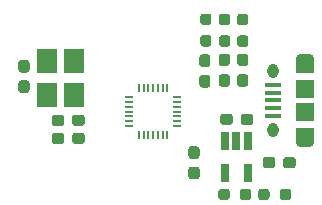
<source format=gbr>
%TF.GenerationSoftware,KiCad,Pcbnew,5.1.7-a382d34a8~87~ubuntu20.04.1*%
%TF.CreationDate,2020-11-25T21:12:42+01:00*%
%TF.ProjectId,gd32f150,67643332-6631-4353-902e-6b696361645f,rev?*%
%TF.SameCoordinates,Original*%
%TF.FileFunction,Paste,Top*%
%TF.FilePolarity,Positive*%
%FSLAX46Y46*%
G04 Gerber Fmt 4.6, Leading zero omitted, Abs format (unit mm)*
G04 Created by KiCad (PCBNEW 5.1.7-a382d34a8~87~ubuntu20.04.1) date 2020-11-25 21:12:42*
%MOMM*%
%LPD*%
G01*
G04 APERTURE LIST*
%ADD10R,0.650000X1.560000*%
%ADD11R,0.200000X0.800000*%
%ADD12R,0.800000X0.200000*%
%ADD13O,0.950000X1.250000*%
%ADD14R,1.550000X1.200000*%
%ADD15O,1.550000X0.890000*%
%ADD16R,1.550000X1.500000*%
%ADD17R,1.350000X0.400000*%
%ADD18R,1.800000X2.100000*%
G04 APERTURE END LIST*
%TO.C,R5*%
G36*
G01*
X163362500Y-103012500D02*
X163362500Y-103487500D01*
G75*
G02*
X163125000Y-103725000I-237500J0D01*
G01*
X162625000Y-103725000D01*
G75*
G02*
X162387500Y-103487500I0J237500D01*
G01*
X162387500Y-103012500D01*
G75*
G02*
X162625000Y-102775000I237500J0D01*
G01*
X163125000Y-102775000D01*
G75*
G02*
X163362500Y-103012500I0J-237500D01*
G01*
G37*
G36*
G01*
X165187500Y-103012500D02*
X165187500Y-103487500D01*
G75*
G02*
X164950000Y-103725000I-237500J0D01*
G01*
X164450000Y-103725000D01*
G75*
G02*
X164212500Y-103487500I0J237500D01*
G01*
X164212500Y-103012500D01*
G75*
G02*
X164450000Y-102775000I237500J0D01*
G01*
X164950000Y-102775000D01*
G75*
G02*
X165187500Y-103012500I0J-237500D01*
G01*
G37*
%TD*%
%TO.C,R4*%
G36*
G01*
X167575000Y-103487500D02*
X167575000Y-103012500D01*
G75*
G02*
X167812500Y-102775000I237500J0D01*
G01*
X168312500Y-102775000D01*
G75*
G02*
X168550000Y-103012500I0J-237500D01*
G01*
X168550000Y-103487500D01*
G75*
G02*
X168312500Y-103725000I-237500J0D01*
G01*
X167812500Y-103725000D01*
G75*
G02*
X167575000Y-103487500I0J237500D01*
G01*
G37*
G36*
G01*
X165750000Y-103487500D02*
X165750000Y-103012500D01*
G75*
G02*
X165987500Y-102775000I237500J0D01*
G01*
X166487500Y-102775000D01*
G75*
G02*
X166725000Y-103012500I0J-237500D01*
G01*
X166725000Y-103487500D01*
G75*
G02*
X166487500Y-103725000I-237500J0D01*
G01*
X165987500Y-103725000D01*
G75*
G02*
X165750000Y-103487500I0J237500D01*
G01*
G37*
%TD*%
D10*
%TO.C,U2*%
X164876520Y-101451080D03*
X162976520Y-101451080D03*
X162976520Y-98751080D03*
X163926520Y-98751080D03*
X164876520Y-98751080D03*
%TD*%
%TO.C,C6*%
G36*
G01*
X167861960Y-100787500D02*
X167861960Y-100312500D01*
G75*
G02*
X168099460Y-100075000I237500J0D01*
G01*
X168699460Y-100075000D01*
G75*
G02*
X168936960Y-100312500I0J-237500D01*
G01*
X168936960Y-100787500D01*
G75*
G02*
X168699460Y-101025000I-237500J0D01*
G01*
X168099460Y-101025000D01*
G75*
G02*
X167861960Y-100787500I0J237500D01*
G01*
G37*
G36*
G01*
X166136960Y-100787500D02*
X166136960Y-100312500D01*
G75*
G02*
X166374460Y-100075000I237500J0D01*
G01*
X166974460Y-100075000D01*
G75*
G02*
X167211960Y-100312500I0J-237500D01*
G01*
X167211960Y-100787500D01*
G75*
G02*
X166974460Y-101025000I-237500J0D01*
G01*
X166374460Y-101025000D01*
G75*
G02*
X166136960Y-100787500I0J237500D01*
G01*
G37*
%TD*%
%TO.C,C5*%
G36*
G01*
X163622940Y-96658100D02*
X163622940Y-97133100D01*
G75*
G02*
X163385440Y-97370600I-237500J0D01*
G01*
X162785440Y-97370600D01*
G75*
G02*
X162547940Y-97133100I0J237500D01*
G01*
X162547940Y-96658100D01*
G75*
G02*
X162785440Y-96420600I237500J0D01*
G01*
X163385440Y-96420600D01*
G75*
G02*
X163622940Y-96658100I0J-237500D01*
G01*
G37*
G36*
G01*
X165347940Y-96658100D02*
X165347940Y-97133100D01*
G75*
G02*
X165110440Y-97370600I-237500J0D01*
G01*
X164510440Y-97370600D01*
G75*
G02*
X164272940Y-97133100I0J237500D01*
G01*
X164272940Y-96658100D01*
G75*
G02*
X164510440Y-96420600I237500J0D01*
G01*
X165110440Y-96420600D01*
G75*
G02*
X165347940Y-96658100I0J-237500D01*
G01*
G37*
%TD*%
%TO.C,R3*%
G36*
G01*
X163157680Y-88916640D02*
X162682680Y-88916640D01*
G75*
G02*
X162445180Y-88679140I0J237500D01*
G01*
X162445180Y-88179140D01*
G75*
G02*
X162682680Y-87941640I237500J0D01*
G01*
X163157680Y-87941640D01*
G75*
G02*
X163395180Y-88179140I0J-237500D01*
G01*
X163395180Y-88679140D01*
G75*
G02*
X163157680Y-88916640I-237500J0D01*
G01*
G37*
G36*
G01*
X163157680Y-90741640D02*
X162682680Y-90741640D01*
G75*
G02*
X162445180Y-90504140I0J237500D01*
G01*
X162445180Y-90004140D01*
G75*
G02*
X162682680Y-89766640I237500J0D01*
G01*
X163157680Y-89766640D01*
G75*
G02*
X163395180Y-90004140I0J-237500D01*
G01*
X163395180Y-90504140D01*
G75*
G02*
X163157680Y-90741640I-237500J0D01*
G01*
G37*
%TD*%
%TO.C,R2*%
G36*
G01*
X164689300Y-88931880D02*
X164214300Y-88931880D01*
G75*
G02*
X163976800Y-88694380I0J237500D01*
G01*
X163976800Y-88194380D01*
G75*
G02*
X164214300Y-87956880I237500J0D01*
G01*
X164689300Y-87956880D01*
G75*
G02*
X164926800Y-88194380I0J-237500D01*
G01*
X164926800Y-88694380D01*
G75*
G02*
X164689300Y-88931880I-237500J0D01*
G01*
G37*
G36*
G01*
X164689300Y-90756880D02*
X164214300Y-90756880D01*
G75*
G02*
X163976800Y-90519380I0J237500D01*
G01*
X163976800Y-90019380D01*
G75*
G02*
X164214300Y-89781880I237500J0D01*
G01*
X164689300Y-89781880D01*
G75*
G02*
X164926800Y-90019380I0J-237500D01*
G01*
X164926800Y-90519380D01*
G75*
G02*
X164689300Y-90756880I-237500J0D01*
G01*
G37*
%TD*%
%TO.C,R1*%
G36*
G01*
X161572720Y-88902680D02*
X161097720Y-88902680D01*
G75*
G02*
X160860220Y-88665180I0J237500D01*
G01*
X160860220Y-88165180D01*
G75*
G02*
X161097720Y-87927680I237500J0D01*
G01*
X161572720Y-87927680D01*
G75*
G02*
X161810220Y-88165180I0J-237500D01*
G01*
X161810220Y-88665180D01*
G75*
G02*
X161572720Y-88902680I-237500J0D01*
G01*
G37*
G36*
G01*
X161572720Y-90727680D02*
X161097720Y-90727680D01*
G75*
G02*
X160860220Y-90490180I0J237500D01*
G01*
X160860220Y-89990180D01*
G75*
G02*
X161097720Y-89752680I237500J0D01*
G01*
X161572720Y-89752680D01*
G75*
G02*
X161810220Y-89990180I0J-237500D01*
G01*
X161810220Y-90490180D01*
G75*
G02*
X161572720Y-90727680I-237500J0D01*
G01*
G37*
%TD*%
%TO.C,USR2*%
G36*
G01*
X162662500Y-93075000D02*
X163137500Y-93075000D01*
G75*
G02*
X163375000Y-93312500I0J-237500D01*
G01*
X163375000Y-93887500D01*
G75*
G02*
X163137500Y-94125000I-237500J0D01*
G01*
X162662500Y-94125000D01*
G75*
G02*
X162425000Y-93887500I0J237500D01*
G01*
X162425000Y-93312500D01*
G75*
G02*
X162662500Y-93075000I237500J0D01*
G01*
G37*
G36*
G01*
X162662500Y-91325000D02*
X163137500Y-91325000D01*
G75*
G02*
X163375000Y-91562500I0J-237500D01*
G01*
X163375000Y-92137500D01*
G75*
G02*
X163137500Y-92375000I-237500J0D01*
G01*
X162662500Y-92375000D01*
G75*
G02*
X162425000Y-92137500I0J237500D01*
G01*
X162425000Y-91562500D01*
G75*
G02*
X162662500Y-91325000I237500J0D01*
G01*
G37*
%TD*%
%TO.C,USR1*%
G36*
G01*
X164212500Y-93075000D02*
X164687500Y-93075000D01*
G75*
G02*
X164925000Y-93312500I0J-237500D01*
G01*
X164925000Y-93887500D01*
G75*
G02*
X164687500Y-94125000I-237500J0D01*
G01*
X164212500Y-94125000D01*
G75*
G02*
X163975000Y-93887500I0J237500D01*
G01*
X163975000Y-93312500D01*
G75*
G02*
X164212500Y-93075000I237500J0D01*
G01*
G37*
G36*
G01*
X164212500Y-91325000D02*
X164687500Y-91325000D01*
G75*
G02*
X164925000Y-91562500I0J-237500D01*
G01*
X164925000Y-92137500D01*
G75*
G02*
X164687500Y-92375000I-237500J0D01*
G01*
X164212500Y-92375000D01*
G75*
G02*
X163975000Y-92137500I0J237500D01*
G01*
X163975000Y-91562500D01*
G75*
G02*
X164212500Y-91325000I237500J0D01*
G01*
G37*
%TD*%
%TO.C,PWR1*%
G36*
G01*
X161013040Y-93143380D02*
X161488040Y-93143380D01*
G75*
G02*
X161725540Y-93380880I0J-237500D01*
G01*
X161725540Y-93955880D01*
G75*
G02*
X161488040Y-94193380I-237500J0D01*
G01*
X161013040Y-94193380D01*
G75*
G02*
X160775540Y-93955880I0J237500D01*
G01*
X160775540Y-93380880D01*
G75*
G02*
X161013040Y-93143380I237500J0D01*
G01*
G37*
G36*
G01*
X161013040Y-91393380D02*
X161488040Y-91393380D01*
G75*
G02*
X161725540Y-91630880I0J-237500D01*
G01*
X161725540Y-92205880D01*
G75*
G02*
X161488040Y-92443380I-237500J0D01*
G01*
X161013040Y-92443380D01*
G75*
G02*
X160775540Y-92205880I0J237500D01*
G01*
X160775540Y-91630880D01*
G75*
G02*
X161013040Y-91393380I237500J0D01*
G01*
G37*
%TD*%
D11*
%TO.C,U1*%
X155662300Y-94233920D03*
X156062300Y-94233920D03*
X156462300Y-94233920D03*
X156862300Y-94233920D03*
X157262300Y-94233920D03*
X157662300Y-94233920D03*
X158062300Y-94233920D03*
D12*
X158862300Y-95033920D03*
X158862300Y-95433920D03*
X158862300Y-95833920D03*
X158862300Y-96233920D03*
X158862300Y-96633920D03*
X158862300Y-97033920D03*
X158862300Y-97433920D03*
D11*
X158062300Y-98233920D03*
X157662300Y-98233920D03*
X157262300Y-98233920D03*
X156862300Y-98233920D03*
X156462300Y-98233920D03*
X156062300Y-98233920D03*
X155662300Y-98233920D03*
D12*
X154862300Y-97433920D03*
X154862300Y-97033920D03*
X154862300Y-96633920D03*
X154862300Y-96233920D03*
X154862300Y-95833920D03*
X154862300Y-95433920D03*
X154862300Y-95033920D03*
%TD*%
D13*
%TO.C,J1*%
X167027400Y-92790320D03*
X167027400Y-97790320D03*
D14*
X169727400Y-92390320D03*
X169727400Y-98190320D03*
D15*
X169727400Y-91790320D03*
D16*
X169727400Y-94290320D03*
X169727400Y-96290320D03*
D15*
X169727400Y-98790320D03*
D17*
X167027400Y-93990320D03*
X167027400Y-94640320D03*
X167027400Y-95290320D03*
X167027400Y-95940320D03*
X167027400Y-96590320D03*
%TD*%
D18*
%TO.C,Y1*%
X150200080Y-91924540D03*
X150200080Y-94824540D03*
X147900080Y-94824540D03*
X147900080Y-91924540D03*
%TD*%
%TO.C,C4*%
G36*
G01*
X149360840Y-98260840D02*
X149360840Y-98735840D01*
G75*
G02*
X149123340Y-98973340I-237500J0D01*
G01*
X148523340Y-98973340D01*
G75*
G02*
X148285840Y-98735840I0J237500D01*
G01*
X148285840Y-98260840D01*
G75*
G02*
X148523340Y-98023340I237500J0D01*
G01*
X149123340Y-98023340D01*
G75*
G02*
X149360840Y-98260840I0J-237500D01*
G01*
G37*
G36*
G01*
X151085840Y-98260840D02*
X151085840Y-98735840D01*
G75*
G02*
X150848340Y-98973340I-237500J0D01*
G01*
X150248340Y-98973340D01*
G75*
G02*
X150010840Y-98735840I0J237500D01*
G01*
X150010840Y-98260840D01*
G75*
G02*
X150248340Y-98023340I237500J0D01*
G01*
X150848340Y-98023340D01*
G75*
G02*
X151085840Y-98260840I0J-237500D01*
G01*
G37*
%TD*%
%TO.C,C3*%
G36*
G01*
X160087500Y-100887500D02*
X160562500Y-100887500D01*
G75*
G02*
X160800000Y-101125000I0J-237500D01*
G01*
X160800000Y-101725000D01*
G75*
G02*
X160562500Y-101962500I-237500J0D01*
G01*
X160087500Y-101962500D01*
G75*
G02*
X159850000Y-101725000I0J237500D01*
G01*
X159850000Y-101125000D01*
G75*
G02*
X160087500Y-100887500I237500J0D01*
G01*
G37*
G36*
G01*
X160087500Y-99162500D02*
X160562500Y-99162500D01*
G75*
G02*
X160800000Y-99400000I0J-237500D01*
G01*
X160800000Y-100000000D01*
G75*
G02*
X160562500Y-100237500I-237500J0D01*
G01*
X160087500Y-100237500D01*
G75*
G02*
X159850000Y-100000000I0J237500D01*
G01*
X159850000Y-99400000D01*
G75*
G02*
X160087500Y-99162500I237500J0D01*
G01*
G37*
%TD*%
%TO.C,C2*%
G36*
G01*
X150000680Y-97211840D02*
X150000680Y-96736840D01*
G75*
G02*
X150238180Y-96499340I237500J0D01*
G01*
X150838180Y-96499340D01*
G75*
G02*
X151075680Y-96736840I0J-237500D01*
G01*
X151075680Y-97211840D01*
G75*
G02*
X150838180Y-97449340I-237500J0D01*
G01*
X150238180Y-97449340D01*
G75*
G02*
X150000680Y-97211840I0J237500D01*
G01*
G37*
G36*
G01*
X148275680Y-97211840D02*
X148275680Y-96736840D01*
G75*
G02*
X148513180Y-96499340I237500J0D01*
G01*
X149113180Y-96499340D01*
G75*
G02*
X149350680Y-96736840I0J-237500D01*
G01*
X149350680Y-97211840D01*
G75*
G02*
X149113180Y-97449340I-237500J0D01*
G01*
X148513180Y-97449340D01*
G75*
G02*
X148275680Y-97211840I0J237500D01*
G01*
G37*
%TD*%
%TO.C,C1*%
G36*
G01*
X146165580Y-92936960D02*
X145690580Y-92936960D01*
G75*
G02*
X145453080Y-92699460I0J237500D01*
G01*
X145453080Y-92099460D01*
G75*
G02*
X145690580Y-91861960I237500J0D01*
G01*
X146165580Y-91861960D01*
G75*
G02*
X146403080Y-92099460I0J-237500D01*
G01*
X146403080Y-92699460D01*
G75*
G02*
X146165580Y-92936960I-237500J0D01*
G01*
G37*
G36*
G01*
X146165580Y-94661960D02*
X145690580Y-94661960D01*
G75*
G02*
X145453080Y-94424460I0J237500D01*
G01*
X145453080Y-93824460D01*
G75*
G02*
X145690580Y-93586960I237500J0D01*
G01*
X146165580Y-93586960D01*
G75*
G02*
X146403080Y-93824460I0J-237500D01*
G01*
X146403080Y-94424460D01*
G75*
G02*
X146165580Y-94661960I-237500J0D01*
G01*
G37*
%TD*%
M02*

</source>
